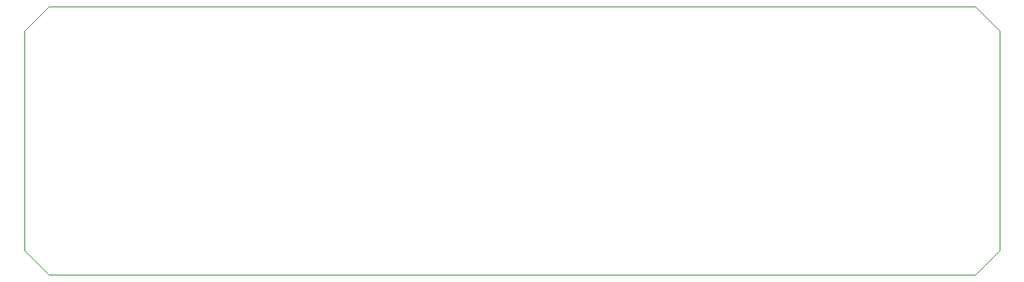
<source format=gbr>
%TF.GenerationSoftware,KiCad,Pcbnew,5.1.8-db9833491~88~ubuntu20.04.1*%
%TF.CreationDate,2020-12-21T09:27:26-06:00*%
%TF.ProjectId,main,6d61696e-2e6b-4696-9361-645f70636258,rev?*%
%TF.SameCoordinates,Original*%
%TF.FileFunction,Profile,NP*%
%FSLAX46Y46*%
G04 Gerber Fmt 4.6, Leading zero omitted, Abs format (unit mm)*
G04 Created by KiCad (PCBNEW 5.1.8-db9833491~88~ubuntu20.04.1) date 2020-12-21 09:27:26*
%MOMM*%
%LPD*%
G01*
G04 APERTURE LIST*
%TA.AperFunction,Profile*%
%ADD10C,0.050000*%
%TD*%
G04 APERTURE END LIST*
D10*
X18034000Y-39370000D02*
X18034000Y-16510000D01*
X20574000Y-41910000D02*
X18034000Y-39370000D01*
X117094000Y-41910000D02*
X20574000Y-41910000D01*
X119634000Y-39370000D02*
X117094000Y-41910000D01*
X119634000Y-16510000D02*
X119634000Y-39370000D01*
X117094000Y-13970000D02*
X119634000Y-16510000D01*
X20574000Y-13970000D02*
X117094000Y-13970000D01*
X18034000Y-16510000D02*
X20574000Y-13970000D01*
M02*

</source>
